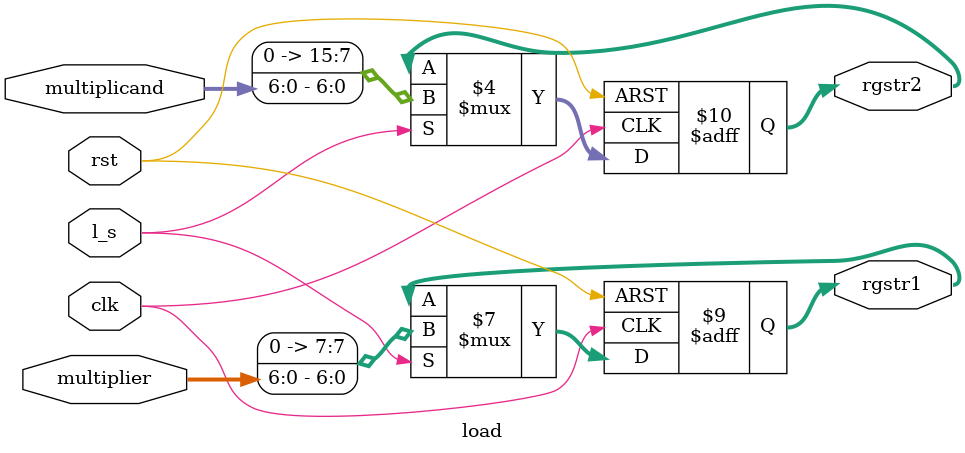
<source format=sv>
module load
#(
	parameter DW_2 = 16,	//El tamano del resultado de la multiplicacion 2 veces DW
	parameter DW = 8,		//El tamano de los datos de entrada
	parameter DWlogb2 = $clog2(DW)	//Tamano de contador necesario para obtener el resultado en DW ciclos de reloj
)(

	//Entradas
	input clk,
	input rst,
	input l_s, //Senal de carga de datos de entrada o senal de start
	input [DW-1:0] multiplier,
	input [DW-1:0] multiplicand,
	
	output logic [DW-1:0] rgstr1,		//Entrada del multiplier registrada
	output logic [DW_2-1:0] rgstr2	//Entrada del multiplicand registrada
//Esta entrada es la que utilizamos para realizar la suma secuencial con el producto
//Por lo tanto debe tener el mismo ancho de bus que el resultado.
//Ademas requerimos que no se pierdan los datos de multiplicand cuando se hace un shift
//left y como vamos a hacer DW shift lefts si no fuera el tamano de DW_2  perderiamos datos.
);



always_ff@(posedge clk, negedge rst)
begin: always_MS

	if(~rst)
	begin
		rgstr1 <= '0;
		rgstr2 <= '0;
	end
	
	else
	begin
		
      if (l_s)
		begin
		   rgstr1 <= multiplier[DW-2:0];
			rgstr2 <= multiplicand[DW-2:0];
		end

		else
		begin
			rgstr1 <= rgstr1;
			rgstr2 <= rgstr2;
		end

	end

end: always_MS

endmodule

</source>
